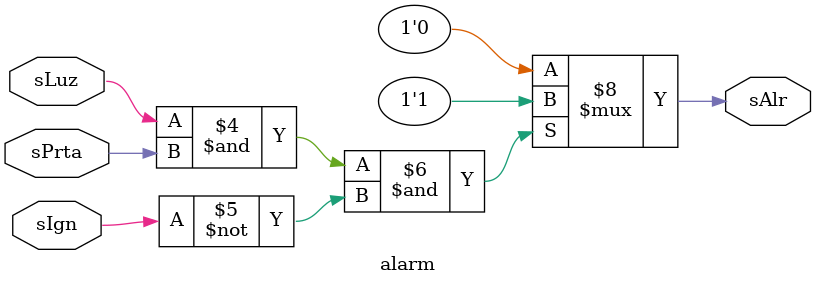
<source format=v>
module alarm (
    sLuz,   // signal luz encendida
    sPrta,  // signal Puerta abierta 
    sIgn,   // signal ignicion encendida
    sAlr    // signal de alarma
);

input sLuz, sPrta, sIgn;
output sAlr;

reg sAlr;

always @(sLuz or sPrta or sIgn)
    begin
        if (sLuz == 1 & sPrta == 1 & sIgn == 0) begin
            sAlr = 1;
        end
        else begin
            sAlr = 0;
        end
    end

endmodule
</source>
